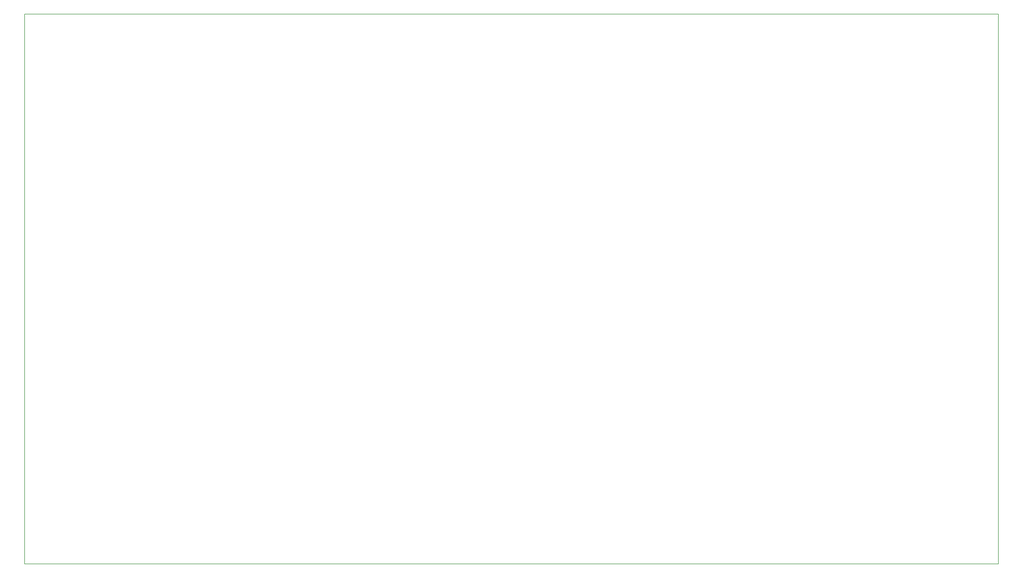
<source format=gbr>
%TF.GenerationSoftware,KiCad,Pcbnew,(6.0.10)*%
%TF.CreationDate,2023-03-07T15:46:30-03:00*%
%TF.ProjectId,PCB_Hbridge,5043425f-4862-4726-9964-67652e6b6963,rev?*%
%TF.SameCoordinates,Original*%
%TF.FileFunction,Profile,NP*%
%FSLAX46Y46*%
G04 Gerber Fmt 4.6, Leading zero omitted, Abs format (unit mm)*
G04 Created by KiCad (PCBNEW (6.0.10)) date 2023-03-07 15:46:30*
%MOMM*%
%LPD*%
G01*
G04 APERTURE LIST*
%TA.AperFunction,Profile*%
%ADD10C,0.200000*%
%TD*%
G04 APERTURE END LIST*
D10*
X350393000Y-27940000D02*
X28956000Y-27940000D01*
X28956000Y-27940000D02*
X28956000Y-209550000D01*
X28956000Y-209550000D02*
X350393000Y-209550000D01*
X350393000Y-209550000D02*
X350393000Y-27940000D01*
M02*

</source>
